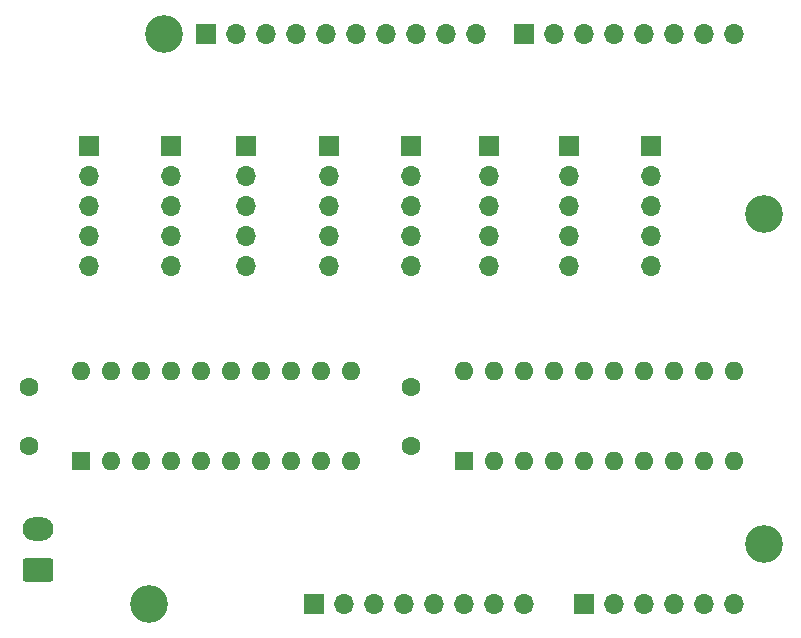
<source format=gbr>
%TF.GenerationSoftware,KiCad,Pcbnew,8.0.1-8.0.1-1~ubuntu22.04.1*%
%TF.CreationDate,2024-04-20T06:50:19-04:00*%
%TF.ProjectId,multi_display_shield,6d756c74-695f-4646-9973-706c61795f73,rev?*%
%TF.SameCoordinates,Original*%
%TF.FileFunction,Soldermask,Bot*%
%TF.FilePolarity,Negative*%
%FSLAX46Y46*%
G04 Gerber Fmt 4.6, Leading zero omitted, Abs format (unit mm)*
G04 Created by KiCad (PCBNEW 8.0.1-8.0.1-1~ubuntu22.04.1) date 2024-04-20 06:50:19*
%MOMM*%
%LPD*%
G01*
G04 APERTURE LIST*
G04 Aperture macros list*
%AMRoundRect*
0 Rectangle with rounded corners*
0 $1 Rounding radius*
0 $2 $3 $4 $5 $6 $7 $8 $9 X,Y pos of 4 corners*
0 Add a 4 corners polygon primitive as box body*
4,1,4,$2,$3,$4,$5,$6,$7,$8,$9,$2,$3,0*
0 Add four circle primitives for the rounded corners*
1,1,$1+$1,$2,$3*
1,1,$1+$1,$4,$5*
1,1,$1+$1,$6,$7*
1,1,$1+$1,$8,$9*
0 Add four rect primitives between the rounded corners*
20,1,$1+$1,$2,$3,$4,$5,0*
20,1,$1+$1,$4,$5,$6,$7,0*
20,1,$1+$1,$6,$7,$8,$9,0*
20,1,$1+$1,$8,$9,$2,$3,0*%
G04 Aperture macros list end*
%ADD10R,1.700000X1.700000*%
%ADD11O,1.700000X1.700000*%
%ADD12R,1.600000X1.600000*%
%ADD13O,1.600000X1.600000*%
%ADD14C,1.600000*%
%ADD15C,3.200000*%
%ADD16RoundRect,0.250000X1.050000X-0.750000X1.050000X0.750000X-1.050000X0.750000X-1.050000X-0.750000X0*%
%ADD17O,2.600000X2.000000*%
G04 APERTURE END LIST*
D10*
%TO.C,J1*%
X127940000Y-97460000D03*
D11*
X130480000Y-97460000D03*
X133020000Y-97460000D03*
X135560000Y-97460000D03*
X138100000Y-97460000D03*
X140640000Y-97460000D03*
X143180000Y-97460000D03*
X145720000Y-97460000D03*
%TD*%
D10*
%TO.C,J3*%
X150800000Y-97460000D03*
D11*
X153340000Y-97460000D03*
X155880000Y-97460000D03*
X158420000Y-97460000D03*
X160960000Y-97460000D03*
X163500000Y-97460000D03*
%TD*%
D10*
%TO.C,J2*%
X118796000Y-49200000D03*
D11*
X121336000Y-49200000D03*
X123876000Y-49200000D03*
X126416000Y-49200000D03*
X128956000Y-49200000D03*
X131496000Y-49200000D03*
X134036000Y-49200000D03*
X136576000Y-49200000D03*
X139116000Y-49200000D03*
X141656000Y-49200000D03*
%TD*%
D10*
%TO.C,J4*%
X145720000Y-49200000D03*
D11*
X148260000Y-49200000D03*
X150800000Y-49200000D03*
X153340000Y-49200000D03*
X155880000Y-49200000D03*
X158420000Y-49200000D03*
X160960000Y-49200000D03*
X163500000Y-49200000D03*
%TD*%
D10*
%TO.C,J6*%
X115875000Y-58725000D03*
D11*
X115875000Y-61265000D03*
X115875000Y-63805000D03*
X115875000Y-66345000D03*
X115875000Y-68885000D03*
%TD*%
D10*
%TO.C,J7*%
X122225000Y-58725000D03*
D11*
X122225000Y-61265000D03*
X122225000Y-63805000D03*
X122225000Y-66345000D03*
X122225000Y-68885000D03*
%TD*%
D12*
%TO.C,U2*%
X140640000Y-85395000D03*
D13*
X143180000Y-85395000D03*
X145720000Y-85395000D03*
X148260000Y-85395000D03*
X150800000Y-85395000D03*
X153340000Y-85395000D03*
X155880000Y-85395000D03*
X158420000Y-85395000D03*
X160960000Y-85395000D03*
X163500000Y-85395000D03*
X163500000Y-77775000D03*
X160960000Y-77775000D03*
X158420000Y-77775000D03*
X155880000Y-77775000D03*
X153340000Y-77775000D03*
X150800000Y-77775000D03*
X148260000Y-77775000D03*
X145720000Y-77775000D03*
X143180000Y-77775000D03*
X140640000Y-77775000D03*
%TD*%
D10*
%TO.C,J11*%
X149530000Y-58725000D03*
D11*
X149530000Y-61265000D03*
X149530000Y-63805000D03*
X149530000Y-66345000D03*
X149530000Y-68885000D03*
%TD*%
D14*
%TO.C,C2*%
X136195000Y-79125000D03*
X136195000Y-84125000D03*
%TD*%
D15*
%TO.C,MH1*%
X115240000Y-49200000D03*
%TD*%
D14*
%TO.C,C1*%
X103810000Y-79085000D03*
X103810000Y-84085000D03*
%TD*%
D10*
%TO.C,J12*%
X156515000Y-58725000D03*
D11*
X156515000Y-61265000D03*
X156515000Y-63805000D03*
X156515000Y-66345000D03*
X156515000Y-68885000D03*
%TD*%
D10*
%TO.C,J9*%
X136195000Y-58725000D03*
D11*
X136195000Y-61265000D03*
X136195000Y-63805000D03*
X136195000Y-66345000D03*
X136195000Y-68885000D03*
%TD*%
D12*
%TO.C,U1*%
X108255000Y-85395000D03*
D13*
X110795000Y-85395000D03*
X113335000Y-85395000D03*
X115875000Y-85395000D03*
X118415000Y-85395000D03*
X120955000Y-85395000D03*
X123495000Y-85395000D03*
X126035000Y-85395000D03*
X128575000Y-85395000D03*
X131115000Y-85395000D03*
X131115000Y-77775000D03*
X128575000Y-77775000D03*
X126035000Y-77775000D03*
X123495000Y-77775000D03*
X120955000Y-77775000D03*
X118415000Y-77775000D03*
X115875000Y-77775000D03*
X113335000Y-77775000D03*
X110795000Y-77775000D03*
X108255000Y-77775000D03*
%TD*%
D16*
%TO.C,J13*%
X104572000Y-94610000D03*
D17*
X104572000Y-91110000D03*
%TD*%
D10*
%TO.C,J10*%
X142770000Y-58725000D03*
D11*
X142770000Y-61265000D03*
X142770000Y-63805000D03*
X142770000Y-66345000D03*
X142770000Y-68885000D03*
%TD*%
D10*
%TO.C,J8*%
X129210000Y-58725000D03*
D11*
X129210000Y-61265000D03*
X129210000Y-63805000D03*
X129210000Y-66345000D03*
X129210000Y-68885000D03*
%TD*%
D10*
%TO.C,J5*%
X108890000Y-58725000D03*
D11*
X108890000Y-61265000D03*
X108890000Y-63805000D03*
X108890000Y-66345000D03*
X108890000Y-68885000D03*
%TD*%
D15*
%TO.C,MH2*%
X113970000Y-97460000D03*
%TD*%
%TO.C,MH3*%
X166040000Y-64440000D03*
%TD*%
%TO.C,MH4*%
X166040000Y-92380000D03*
%TD*%
M02*

</source>
